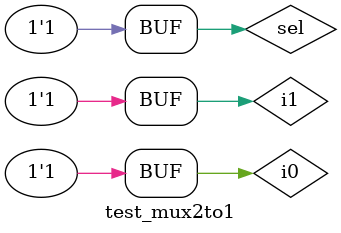
<source format=v>
module mux2to1 (
    sel, i1, i0, f
);
    input i0, i1, sel;
    output f;
    and(a, i0, nsel);
    and(b, i1, sel);
    not(nsel, sel);
    or (f, a, b);
endmodule

//-- Test Bench
module test_mux2to1();
    reg i0, i1, sel;
    wire f;
    mux2to1 mux(
        .i0(i0),
        .i1(i1),
        .sel(sel),
        .f(f)
    );
    initial begin
        $monitor("\033[0;36mi0 = %b, i1 = %b \033[0m|\033[0;33m sel = %b \033[0m| f = %b", i0, i1, sel, f);
        i0 = 0;
        i1 = 0;
        sel = 0;
        #10;
        i0 = 1;
        i1 = 0;
        sel = 0;
        #10;
        i0 = 0;
        i1 = 1;
        sel = 0;
        #10;
        i0 = 1;
        i1 = 1;
        sel = 0;
        #10;
        i0 = 0;
        i1 = 0;
        sel = 1;
        #10;
        i0 = 1;
        i1 = 0;
        sel = 1;
        #10;
        i0 = 0;
        i1 = 1;
        sel = 1;
        #10;
        i0 = 1;
        i1 = 1;
        sel = 1;
    end
endmodule

</source>
